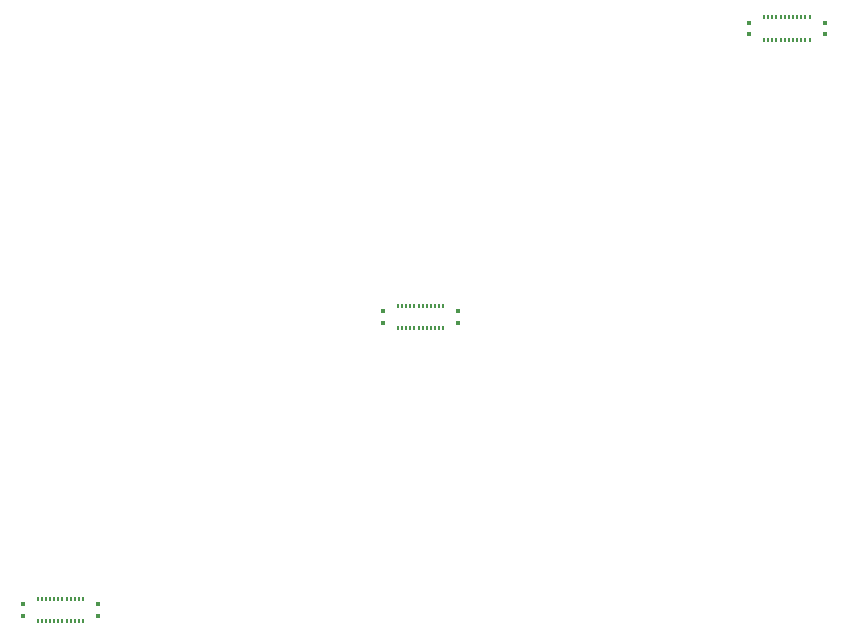
<source format=gbr>
%TF.GenerationSoftware,KiCad,Pcbnew,(6.0.0)*%
%TF.CreationDate,2022-03-28T07:33:37-07:00*%
%TF.ProjectId,flex-24_panel,666c6578-2d32-4345-9f70-616e656c2e6b,A*%
%TF.SameCoordinates,Original*%
%TF.FileFunction,Paste,Bot*%
%TF.FilePolarity,Positive*%
%FSLAX46Y46*%
G04 Gerber Fmt 4.6, Leading zero omitted, Abs format (unit mm)*
G04 Created by KiCad (PCBNEW (6.0.0)) date 2022-03-28 07:33:37*
%MOMM*%
%LPD*%
G01*
G04 APERTURE LIST*
%ADD10R,0.180000X0.400000*%
%ADD11R,0.400000X0.385000*%
G04 APERTURE END LIST*
D10*
%TO.C,J1*%
X179655000Y-96135864D03*
X179655000Y-94235864D03*
X179305000Y-96135864D03*
X179305000Y-94235864D03*
X178955000Y-96135864D03*
X178955000Y-94235864D03*
X178605000Y-96135864D03*
X178605000Y-94235864D03*
X178255000Y-96135864D03*
X178255000Y-94235864D03*
X177905000Y-96135864D03*
X177905000Y-94235864D03*
X177555000Y-96135864D03*
X177555000Y-94235864D03*
X177205000Y-96135864D03*
X177205000Y-94235864D03*
X176855000Y-96135864D03*
X176855000Y-94235864D03*
X176505000Y-96135864D03*
X176505000Y-94235864D03*
X176155000Y-96135864D03*
X176155000Y-94235864D03*
X175805000Y-96135864D03*
X175805000Y-94235864D03*
D11*
X180935000Y-95668364D03*
X180935000Y-94703364D03*
X174525000Y-95668364D03*
X174525000Y-94703364D03*
%TD*%
D10*
%TO.C,J1*%
X148655000Y-120585865D03*
X148655000Y-118685865D03*
X148305000Y-120585865D03*
X148305000Y-118685865D03*
X147955000Y-120585865D03*
X147955000Y-118685865D03*
X147605000Y-120585865D03*
X147605000Y-118685865D03*
X147255000Y-120585865D03*
X147255000Y-118685865D03*
X146905000Y-120585865D03*
X146905000Y-118685865D03*
X146555000Y-120585865D03*
X146555000Y-118685865D03*
X146205000Y-120585865D03*
X146205000Y-118685865D03*
X145855000Y-120585865D03*
X145855000Y-118685865D03*
X145505000Y-120585865D03*
X145505000Y-118685865D03*
X145155000Y-120585865D03*
X145155000Y-118685865D03*
X144805000Y-120585865D03*
X144805000Y-118685865D03*
D11*
X149935000Y-120118365D03*
X149935000Y-119153365D03*
X143525000Y-120118365D03*
X143525000Y-119153365D03*
%TD*%
D10*
%TO.C,J1*%
X118155000Y-145395376D03*
X118155000Y-143495376D03*
X117805000Y-145395376D03*
X117805000Y-143495376D03*
X117455000Y-145395376D03*
X117455000Y-143495376D03*
X117105000Y-145395376D03*
X117105000Y-143495376D03*
X116755000Y-145395376D03*
X116755000Y-143495376D03*
X116405000Y-145395376D03*
X116405000Y-143495376D03*
X116055000Y-145395376D03*
X116055000Y-143495376D03*
X115705000Y-145395376D03*
X115705000Y-143495376D03*
X115355000Y-145395376D03*
X115355000Y-143495376D03*
X115005000Y-145395376D03*
X115005000Y-143495376D03*
X114655000Y-145395376D03*
X114655000Y-143495376D03*
X114305000Y-145395376D03*
X114305000Y-143495376D03*
D11*
X119435000Y-144927876D03*
X119435000Y-143962876D03*
X113025000Y-144927876D03*
X113025000Y-143962876D03*
%TD*%
M02*

</source>
